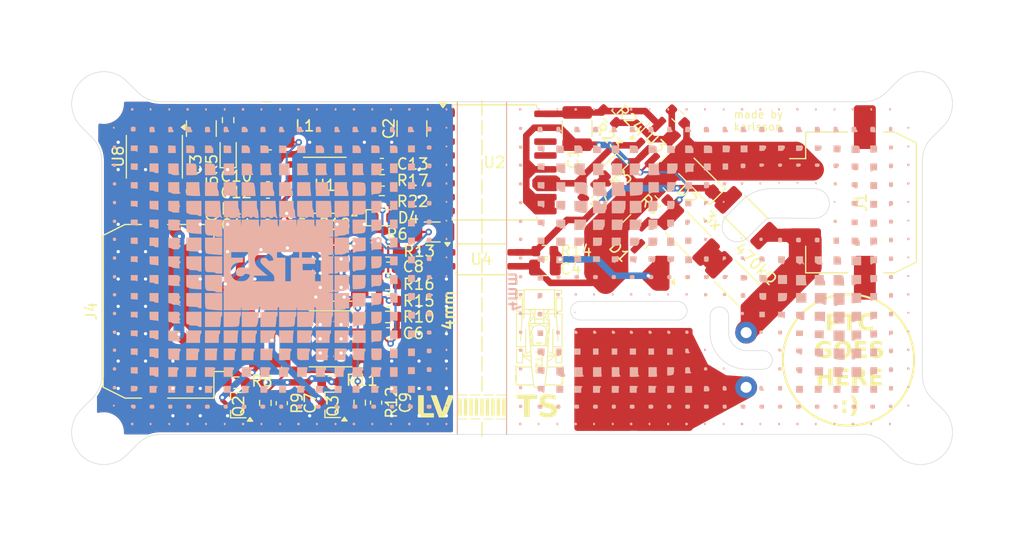
<source format=kicad_pcb>
(kicad_pcb
	(version 20240108)
	(generator "pcbnew")
	(generator_version "8.0")
	(general
		(thickness 1.6)
		(legacy_teardrops no)
	)
	(paper "A4")
	(layers
		(0 "F.Cu" signal)
		(31 "B.Cu" signal)
		(32 "B.Adhes" user "B.Adhesive")
		(33 "F.Adhes" user "F.Adhesive")
		(34 "B.Paste" user)
		(35 "F.Paste" user)
		(36 "B.SilkS" user "B.Silkscreen")
		(37 "F.SilkS" user "F.Silkscreen")
		(38 "B.Mask" user)
		(39 "F.Mask" user)
		(40 "Dwgs.User" user "User.Drawings")
		(41 "Cmts.User" user "User.Comments")
		(42 "Eco1.User" user "User.Eco1")
		(43 "Eco2.User" user "User.Eco2")
		(44 "Edge.Cuts" user)
		(45 "Margin" user)
		(46 "B.CrtYd" user "B.Courtyard")
		(47 "F.CrtYd" user "F.Courtyard")
		(48 "B.Fab" user)
		(49 "F.Fab" user)
		(50 "User.1" user)
		(51 "User.2" user)
		(52 "User.3" user)
		(53 "User.4" user)
		(54 "User.5" user)
		(55 "User.6" user)
		(56 "User.7" user)
		(57 "User.8" user)
		(58 "User.9" user)
	)
	(setup
		(stackup
			(layer "F.SilkS"
				(type "Top Silk Screen")
				(color "White")
			)
			(layer "F.Paste"
				(type "Top Solder Paste")
			)
			(layer "F.Mask"
				(type "Top Solder Mask")
				(color "Black")
				(thickness 0.01)
			)
			(layer "F.Cu"
				(type "copper")
				(thickness 0.035)
			)
			(layer "dielectric 1"
				(type "core")
				(color "FR4 natural")
				(thickness 1.51)
				(material "FR4")
				(epsilon_r 4.5)
				(loss_tangent 0.02)
			)
			(layer "B.Cu"
				(type "copper")
				(thickness 0.035)
			)
			(layer "B.Mask"
				(type "Bottom Solder Mask")
				(color "Black")
				(thickness 0.01)
			)
			(layer "B.Paste"
				(type "Bottom Solder Paste")
			)
			(layer "B.SilkS"
				(type "Bottom Silk Screen")
				(color "White")
			)
			(copper_finish "None")
			(dielectric_constraints no)
		)
		(pad_to_mask_clearance 0)
		(allow_soldermask_bridges_in_footprints no)
		(pcbplotparams
			(layerselection 0x00010fc_ffffffff)
			(plot_on_all_layers_selection 0x0000000_00000000)
			(disableapertmacros no)
			(usegerberextensions no)
			(usegerberattributes yes)
			(usegerberadvancedattributes yes)
			(creategerberjobfile yes)
			(dashed_line_dash_ratio 12.000000)
			(dashed_line_gap_ratio 3.000000)
			(svgprecision 4)
			(plotframeref no)
			(viasonmask no)
			(mode 1)
			(useauxorigin no)
			(hpglpennumber 1)
			(hpglpenspeed 20)
			(hpglpendiameter 15.000000)
			(pdf_front_fp_property_popups yes)
			(pdf_back_fp_property_popups yes)
			(dxfpolygonmode yes)
			(dxfimperialunits yes)
			(dxfusepcbnewfont yes)
			(psnegative no)
			(psa4output no)
			(plotreference yes)
			(plotvalue yes)
			(plotfptext yes)
			(plotinvisibletext no)
			(sketchpadsonfab no)
			(subtractmaskfromsilk no)
			(outputformat 1)
			(mirror no)
			(drillshape 1)
			(scaleselection 1)
			(outputdirectory "")
		)
	)
	(net 0 "")
	(net 1 "HV-")
	(net 2 "GND")
	(net 3 "Net-(U8-OUT)")
	(net 4 "Net-(Q1-G)")
	(net 5 "+BATT")
	(net 6 "/RED_EN")
	(net 7 "/RED_Low")
	(net 8 "/GREEN_EN")
	(net 9 "/GREEN_Low")
	(net 10 "Net-(U1-CV)")
	(net 11 "/TRIG")
	(net 12 "/TS_Active")
	(net 13 "Net-(D1-K)")
	(net 14 "Net-(D2-K)")
	(net 15 "Net-(D3-A)")
	(net 16 "Net-(D4-A)")
	(net 17 "HV+")
	(net 18 "/TS_OFF")
	(net 19 "/SDC")
	(net 20 "/RED_High")
	(net 21 "/GREEN_HIGH")
	(net 22 "Net-(Q1-D)")
	(net 23 "Net-(Q2-G)")
	(net 24 "Net-(Q3-G)")
	(net 25 "Net-(R1-Pad1)")
	(net 26 "Net-(R6-Pad2)")
	(net 27 "/TS>60V")
	(net 28 "Net-(U6-ISET)")
	(net 29 "Net-(U7-ISET)")
	(net 30 "Net-(U1-DIS)")
	(net 31 "unconnected-(U2-OUTC-Pad5)")
	(net 32 "unconnected-(U2-OUTB-Pad13)")
	(net 33 "unconnected-(U2-OUTA-Pad14)")
	(net 34 "unconnected-(U2-NC-Pad7)")
	(net 35 "+3V3_HV")
	(net 36 "Net-(D5-A)")
	(net 37 "Net-(U3--)")
	(net 38 "unconnected-(U8-NC-Pad4)")
	(net 39 "unconnected-(U8-NC-Pad5)")
	(net 40 "+5V")
	(footprint "Capacitor_SMD:C_0603_1608Metric" (layer "F.Cu") (at 164.68 63.965))
	(footprint "Connector_Molex:Molex_Micro-Fit_3.0_43045-0810_2x04-1MP_P3.00mm_Horizontal" (layer "F.Cu") (at 151.115 67.95 90))
	(footprint "Resistor_SMD:R_0603_1608Metric" (layer "F.Cu") (at 164.68 62.465 180))
	(footprint "Resistor_SMD:R_0603_1608Metric" (layer "F.Cu") (at 164.0975 57.9 180))
	(footprint "Package_TO_SOT_SMD:TO-263-2" (layer "F.Cu") (at 187.1 72.675 -90))
	(footprint "Resistor_SMD:R_0603_1608Metric" (layer "F.Cu") (at 150.8 74.475 180))
	(footprint "Resistor_SMD:R_0603_1608Metric" (layer "F.Cu") (at 191.15 50.15 -45))
	(footprint "Resistor_SMD:R_2010_5025Metric" (layer "F.Cu") (at 192.105552 60.905552 -45))
	(footprint "Package_SO:SOIC-8_3.9x4.9mm_P1.27mm" (layer "F.Cu") (at 143.305 53.825 -90))
	(footprint "Resistor_SMD:R_0603_1608Metric" (layer "F.Cu") (at 162.075 76.3 90))
	(footprint "Resistor_SMD:R_0603_1608Metric" (layer "F.Cu") (at 189.6 57.2 135))
	(footprint "Package_SO:SOIC-8_3.9x4.9mm_P1.27mm" (layer "F.Cu") (at 158.885 56.435 180))
	(footprint "Resistor_SMD:R_0603_1608Metric" (layer "F.Cu") (at 159.425 74.4 180))
	(footprint "Resistor_SMD:R_0603_1608Metric" (layer "F.Cu") (at 184.9 50.133363 -45))
	(footprint "Package_SO:HSOP-8-1EP_3.9x4.9mm_P1.27mm_EP2.41x3.1mm_ThermalVias" (layer "F.Cu") (at 159.425 64.465 180))
	(footprint "Resistor_SMD:R_0603_1608Metric" (layer "F.Cu") (at 164.675 68.465 180))
	(footprint "Capacitor_SMD:C_0603_1608Metric" (layer "F.Cu") (at 154.95 76.35 -90))
	(footprint "Resistor_SMD:R_2010_5025Metric" (layer "F.Cu") (at 196.535184 65.335184 -45))
	(footprint "Capacitor_SMD:C_1210_3225Metric" (layer "F.Cu") (at 181.95 51.25 -90))
	(footprint "LED_SMD:LED_0603_1608Metric" (layer "F.Cu") (at 185.043153 55.056847 -135))
	(footprint "Package_TO_SOT_SMD:SOT-323_SC-70" (layer "F.Cu") (at 151 76.525 180))
	(footprint "Connector_PinHeader_2.54mm:PinHeader_1x02_P2.54mm_Vertical" (layer "F.Cu") (at 197.4 72.4))
	(footprint "Capacitor_SMD:C_1210_3225Metric" (layer "F.Cu") (at 166.85 51.25 -90))
	(footprint "Package_TO_SOT_SMD:SOT-23-5_HandSoldering" (layer "F.Cu") (at 189.1 52.5 45))
	(footprint "Resistor_SMD:R_0603_1608Metric" (layer "F.Cu") (at 164.675 67 180))
	(footprint "Package_SO:SOP-4_4.4x2.6mm_P1.27mm" (layer "F.Cu") (at 173.2 63.2))
	(footprint "Connector_Molex:Molex_Micro-Fit_3.0_43650-0310_1x03-1MP_P3.00mm_Horizontal" (layer "F.Cu") (at 207.9 58 -90))
	(footprint "Package_TO_SOT_SMD:SOT-323_SC-70" (layer "F.Cu") (at 159.625 76.5 180))
	(footprint "MountingHole:MountingHole_3.2mm_M3" (layer "F.Cu") (at 138.67868 48.97868 180))
	(footprint "Resistor_SMD:R_0603_1608Metric" (layer "F.Cu") (at 164.68 65.465))
	(footprint "Capacitor_SMD:C_0603_1608Metric" (layer "F.Cu") (at 153.685 57.1 180))
	(footprint "MountingHole:MountingHole_3.2mm_M3" (layer "F.Cu") (at 213.32132 79.02132))
	(footprint "Resistor_SMD:R_0603_1608Metric" (layer "F.Cu") (at 164.0975 55.985 180))
	(footprint "Resistor_SMD:R_0603_1608Metric" (layer "F.Cu") (at 150.05 50.475 -90))
	(footprint "Capacitor_SMD:C_0603_1608Metric" (layer "F.Cu") (at 146.75 56.975 -90))
	(footprint "Resistor_SMD:R_0603_1608Metric" (layer "F.Cu") (at 153.685 58.6 180))
	(footprint "Capacitor_SMD:C_0603_1608Metric" (layer "F.Cu") (at 163.575 76.3 -90))
	(footprint "Diode_SMD:D_SOD-123" (layer "F.Cu") (at 193.1 55.825 135))
	(footprint "MountingHole:MountingHole_3.2mm_M3" (layer "F.Cu") (at 138.67868 79.02132 -90))
	(footprint "Resistor_SMD:R_0603_1608Metric" (layer "F.Cu") (at 183.1 57 45))
	(footprint "Package_SO:SOIC-16W_7.5x10.3mm_P1.27mm"
		(layer "F.Cu")
		(uuid "a41e1a9c-908b-49bf-8927-63032ed814bb")
		(at 174.4 54.345)
		(descr "SOIC, 16 Pin (JEDEC MS-013AA, https://www.analog.com/media/en/package-pcb-resources/package/pkg_pdf/soic_wide-rw/rw_16.pdf), generated with kicad-footprint-generator ipc_gullwing_generator.py")
		(tags "SOIC SO")
		(property "Reference" "U2"
			(at 0 -0.005 0)
			(layer "F.SilkS")
			(uuid "a2505e79-6b69-49e0-8e85-872e6bf30495")
			(effects
				(font
					(size 1 1)
					(thickness 0.15)
				)
			)
		)
		(property "Value" "18024215401H"
			(at 0 6.1 0)
			(layer "F.Fab")
			(uuid "996a7646-e8fe-
... [765917 chars truncated]
</source>
